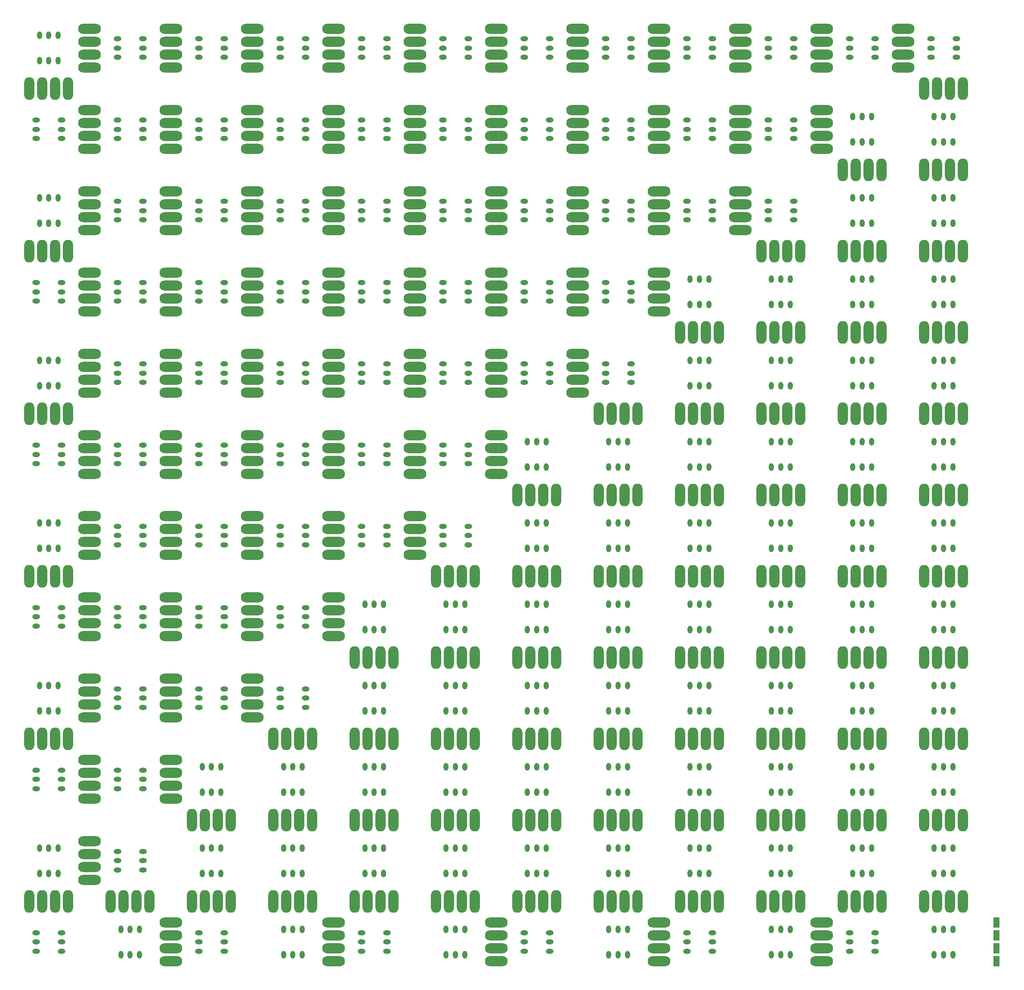
<source format=gtp>
G04 DipTrace 2.4.0.2*
%IN144xAPA102Cx16mm.gtp*%
%MOMM*%
%ADD18R,1.25X2.0*%
%ADD21O,1.5X1.0*%
%ADD23O,1.0X1.5*%
%ADD24O,2.0X4.5*%
%ADD25O,4.5X2.0*%
%FSLAX53Y53*%
G04*
G71*
G90*
G75*
G01*
%LNTopPaste*%
%LPD*%
D18*
X204375Y16730D3*
Y14190D3*
Y19270D3*
Y21810D3*
D21*
X15500Y19850D3*
Y18000D3*
Y16150D3*
X20500D3*
Y18000D3*
Y19850D3*
D23*
X16150Y31500D3*
X18000D3*
X19850D3*
Y36500D3*
X18000D3*
X16150D3*
D24*
X19270Y26000D3*
X21810D3*
X16730D3*
X14190D3*
D21*
X31500Y35850D3*
Y34000D3*
Y32150D3*
X36500D3*
Y34000D3*
Y35850D3*
D25*
X26000Y32730D3*
Y30190D3*
Y35270D3*
Y37810D3*
D23*
X35850Y20500D3*
X34000D3*
X32150D3*
Y15500D3*
X34000D3*
X35850D3*
D24*
X32730Y26000D3*
X30190D3*
X35270D3*
X37810D3*
D21*
X47500Y19850D3*
Y18000D3*
Y16150D3*
X52500D3*
Y18000D3*
Y19850D3*
D25*
X42000Y16730D3*
Y14190D3*
Y19270D3*
Y21810D3*
D23*
X48150Y31500D3*
X50000D3*
X51850D3*
Y36500D3*
X50000D3*
X48150D3*
D24*
X51270Y26000D3*
X53810D3*
X48730D3*
X46190D3*
D23*
X48150Y47500D3*
X50000D3*
X51850D3*
Y52500D3*
X50000D3*
X48150D3*
D24*
X51270Y42000D3*
X53810D3*
X48730D3*
X46190D3*
D21*
X36500Y48150D3*
Y50000D3*
Y51850D3*
X31500D3*
Y50000D3*
Y48150D3*
D25*
X42000Y51270D3*
Y53810D3*
Y48730D3*
Y46190D3*
D21*
X20500Y48150D3*
Y50000D3*
Y51850D3*
X15500D3*
Y50000D3*
Y48150D3*
D25*
X26000Y51270D3*
Y53810D3*
Y48730D3*
Y46190D3*
D23*
X16150Y63500D3*
X18000D3*
X19850D3*
Y68500D3*
X18000D3*
X16150D3*
D24*
X19270Y58000D3*
X21810D3*
X16730D3*
X14190D3*
D21*
X31500Y67850D3*
Y66000D3*
Y64150D3*
X36500D3*
Y66000D3*
Y67850D3*
D25*
X26000Y64730D3*
Y62190D3*
Y67270D3*
Y69810D3*
D21*
X47500Y67850D3*
Y66000D3*
Y64150D3*
X52500D3*
Y66000D3*
Y67850D3*
D25*
X42000Y64730D3*
Y62190D3*
Y67270D3*
Y69810D3*
D21*
X63500Y67850D3*
Y66000D3*
Y64150D3*
X68500D3*
Y66000D3*
Y67850D3*
D25*
X58000Y64730D3*
Y62190D3*
Y67270D3*
Y69810D3*
D23*
X67850Y52500D3*
X66000D3*
X64150D3*
Y47500D3*
X66000D3*
X67850D3*
D24*
X64730Y58000D3*
X62190D3*
X67270D3*
X69810D3*
D23*
X67850Y36500D3*
X66000D3*
X64150D3*
Y31500D3*
X66000D3*
X67850D3*
D24*
X64730Y42000D3*
X62190D3*
X67270D3*
X69810D3*
D23*
X67850Y20500D3*
X66000D3*
X64150D3*
Y15500D3*
X66000D3*
X67850D3*
D24*
X64730Y26000D3*
X62190D3*
X67270D3*
X69810D3*
D21*
X79500Y19850D3*
Y18000D3*
Y16150D3*
X84500D3*
Y18000D3*
Y19850D3*
D25*
X74000Y16730D3*
Y14190D3*
Y19270D3*
Y21810D3*
D23*
X80150Y31500D3*
X82000D3*
X83850D3*
Y36500D3*
X82000D3*
X80150D3*
D24*
X83270Y26000D3*
X85810D3*
X80730D3*
X78190D3*
D23*
X80150Y47500D3*
X82000D3*
X83850D3*
Y52500D3*
X82000D3*
X80150D3*
D24*
X83270Y42000D3*
X85810D3*
X80730D3*
X78190D3*
D23*
X80150Y63500D3*
X82000D3*
X83850D3*
Y68500D3*
X82000D3*
X80150D3*
D24*
X83270Y58000D3*
X85810D3*
X80730D3*
X78190D3*
D23*
X80150Y79500D3*
X82000D3*
X83850D3*
Y84500D3*
X82000D3*
X80150D3*
D24*
X83270Y74000D3*
X85810D3*
X80730D3*
X78190D3*
D21*
X68500Y80150D3*
Y82000D3*
Y83850D3*
X63500D3*
Y82000D3*
Y80150D3*
D25*
X74000Y83270D3*
Y85810D3*
Y80730D3*
Y78190D3*
D21*
X52500Y80150D3*
Y82000D3*
Y83850D3*
X47500D3*
Y82000D3*
Y80150D3*
D25*
X58000Y83270D3*
Y85810D3*
Y80730D3*
Y78190D3*
D21*
X36500Y80150D3*
Y82000D3*
Y83850D3*
X31500D3*
Y82000D3*
Y80150D3*
D25*
X42000Y83270D3*
Y85810D3*
Y80730D3*
Y78190D3*
D21*
X20500Y80150D3*
Y82000D3*
Y83850D3*
X15500D3*
Y82000D3*
Y80150D3*
D25*
X26000Y83270D3*
Y85810D3*
Y80730D3*
Y78190D3*
D23*
X16150Y95500D3*
X18000D3*
X19850D3*
Y100500D3*
X18000D3*
X16150D3*
D24*
X19270Y90000D3*
X21810D3*
X16730D3*
X14190D3*
D21*
X31500Y99850D3*
Y98000D3*
Y96150D3*
X36500D3*
Y98000D3*
Y99850D3*
D25*
X26000Y96730D3*
Y94190D3*
Y99270D3*
Y101810D3*
D21*
X47500Y99850D3*
Y98000D3*
Y96150D3*
X52500D3*
Y98000D3*
Y99850D3*
D25*
X42000Y96730D3*
Y94190D3*
Y99270D3*
Y101810D3*
D21*
X63500Y99850D3*
Y98000D3*
Y96150D3*
X68500D3*
Y98000D3*
Y99850D3*
D25*
X58000Y96730D3*
Y94190D3*
Y99270D3*
Y101810D3*
D21*
X79500Y99850D3*
Y98000D3*
Y96150D3*
X84500D3*
Y98000D3*
Y99850D3*
D25*
X74000Y96730D3*
Y94190D3*
Y99270D3*
Y101810D3*
D21*
X95500Y99850D3*
Y98000D3*
Y96150D3*
X100500D3*
Y98000D3*
Y99850D3*
D25*
X90000Y96730D3*
Y94190D3*
Y99270D3*
Y101810D3*
D23*
X99850Y84500D3*
X98000D3*
X96150D3*
Y79500D3*
X98000D3*
X99850D3*
D24*
X96730Y90000D3*
X94190D3*
X99270D3*
X101810D3*
D23*
X99850Y68500D3*
X98000D3*
X96150D3*
Y63500D3*
X98000D3*
X99850D3*
D24*
X96730Y74000D3*
X94190D3*
X99270D3*
X101810D3*
D23*
X99850Y52500D3*
X98000D3*
X96150D3*
Y47500D3*
X98000D3*
X99850D3*
D24*
X96730Y58000D3*
X94190D3*
X99270D3*
X101810D3*
D23*
X99850Y36500D3*
X98000D3*
X96150D3*
Y31500D3*
X98000D3*
X99850D3*
D24*
X96730Y42000D3*
X94190D3*
X99270D3*
X101810D3*
D23*
X99850Y20500D3*
X98000D3*
X96150D3*
Y15500D3*
X98000D3*
X99850D3*
D24*
X96730Y26000D3*
X94190D3*
X99270D3*
X101810D3*
D21*
X111500Y19850D3*
Y18000D3*
Y16150D3*
X116500D3*
Y18000D3*
Y19850D3*
D25*
X106000Y16730D3*
Y14190D3*
Y19270D3*
Y21810D3*
D23*
X112150Y31500D3*
X114000D3*
X115850D3*
Y36500D3*
X114000D3*
X112150D3*
D24*
X115270Y26000D3*
X117810D3*
X112730D3*
X110190D3*
D23*
X112150Y47500D3*
X114000D3*
X115850D3*
Y52500D3*
X114000D3*
X112150D3*
D24*
X115270Y42000D3*
X117810D3*
X112730D3*
X110190D3*
D23*
X112150Y63500D3*
X114000D3*
X115850D3*
Y68500D3*
X114000D3*
X112150D3*
D24*
X115270Y58000D3*
X117810D3*
X112730D3*
X110190D3*
D23*
X112150Y79500D3*
X114000D3*
X115850D3*
Y84500D3*
X114000D3*
X112150D3*
D24*
X115270Y74000D3*
X117810D3*
X112730D3*
X110190D3*
D23*
X112150Y95500D3*
X114000D3*
X115850D3*
Y100500D3*
X114000D3*
X112150D3*
D24*
X115270Y90000D3*
X117810D3*
X112730D3*
X110190D3*
D23*
X112150Y111500D3*
X114000D3*
X115850D3*
Y116500D3*
X114000D3*
X112150D3*
D24*
X115270Y106000D3*
X117810D3*
X112730D3*
X110190D3*
D21*
X100500Y112150D3*
Y114000D3*
Y115850D3*
X95500D3*
Y114000D3*
Y112150D3*
D25*
X106000Y115270D3*
Y117810D3*
Y112730D3*
Y110190D3*
D21*
X84500Y112150D3*
Y114000D3*
Y115850D3*
X79500D3*
Y114000D3*
Y112150D3*
D25*
X90000Y115270D3*
Y117810D3*
Y112730D3*
Y110190D3*
D21*
X68500Y112150D3*
Y114000D3*
Y115850D3*
X63500D3*
Y114000D3*
Y112150D3*
D25*
X74000Y115270D3*
Y117810D3*
Y112730D3*
Y110190D3*
D21*
X52500Y112150D3*
Y114000D3*
Y115850D3*
X47500D3*
Y114000D3*
Y112150D3*
D25*
X58000Y115270D3*
Y117810D3*
Y112730D3*
Y110190D3*
D21*
X36500Y112150D3*
Y114000D3*
Y115850D3*
X31500D3*
Y114000D3*
Y112150D3*
D25*
X42000Y115270D3*
Y117810D3*
Y112730D3*
Y110190D3*
D21*
X20500Y112150D3*
Y114000D3*
Y115850D3*
X15500D3*
Y114000D3*
Y112150D3*
D25*
X26000Y115270D3*
Y117810D3*
Y112730D3*
Y110190D3*
D23*
X16150Y127500D3*
X18000D3*
X19850D3*
Y132500D3*
X18000D3*
X16150D3*
D24*
X19270Y122000D3*
X21810D3*
X16730D3*
X14190D3*
D21*
X31500Y131850D3*
Y130000D3*
Y128150D3*
X36500D3*
Y130000D3*
Y131850D3*
D25*
X26000Y128730D3*
Y126190D3*
Y131270D3*
Y133810D3*
D21*
X47500Y131850D3*
Y130000D3*
Y128150D3*
X52500D3*
Y130000D3*
Y131850D3*
D25*
X42000Y128730D3*
Y126190D3*
Y131270D3*
Y133810D3*
D21*
X63500Y131850D3*
Y130000D3*
Y128150D3*
X68500D3*
Y130000D3*
Y131850D3*
D25*
X58000Y128730D3*
Y126190D3*
Y131270D3*
Y133810D3*
D21*
X79500Y131850D3*
Y130000D3*
Y128150D3*
X84500D3*
Y130000D3*
Y131850D3*
D25*
X74000Y128730D3*
Y126190D3*
Y131270D3*
Y133810D3*
D21*
X95500Y131850D3*
Y130000D3*
Y128150D3*
X100500D3*
Y130000D3*
Y131850D3*
D25*
X90000Y128730D3*
Y126190D3*
Y131270D3*
Y133810D3*
D21*
X111500Y131850D3*
Y130000D3*
Y128150D3*
X116500D3*
Y130000D3*
Y131850D3*
D25*
X106000Y128730D3*
Y126190D3*
Y131270D3*
Y133810D3*
D21*
X127500Y131850D3*
Y130000D3*
Y128150D3*
X132500D3*
Y130000D3*
Y131850D3*
D25*
X122000Y128730D3*
Y126190D3*
Y131270D3*
Y133810D3*
D23*
X131850Y116500D3*
X130000D3*
X128150D3*
Y111500D3*
X130000D3*
X131850D3*
D24*
X128730Y122000D3*
X126190D3*
X131270D3*
X133810D3*
D23*
X131850Y100500D3*
X130000D3*
X128150D3*
Y95500D3*
X130000D3*
X131850D3*
D24*
X128730Y106000D3*
X126190D3*
X131270D3*
X133810D3*
D23*
X131850Y84500D3*
X130000D3*
X128150D3*
Y79500D3*
X130000D3*
X131850D3*
D24*
X128730Y90000D3*
X126190D3*
X131270D3*
X133810D3*
D23*
X131850Y68500D3*
X130000D3*
X128150D3*
Y63500D3*
X130000D3*
X131850D3*
D24*
X128730Y74000D3*
X126190D3*
X131270D3*
X133810D3*
D23*
X131850Y52500D3*
X130000D3*
X128150D3*
Y47500D3*
X130000D3*
X131850D3*
D24*
X128730Y58000D3*
X126190D3*
X131270D3*
X133810D3*
D23*
X131850Y36500D3*
X130000D3*
X128150D3*
Y31500D3*
X130000D3*
X131850D3*
D24*
X128730Y42000D3*
X126190D3*
X131270D3*
X133810D3*
D23*
X131850Y20500D3*
X130000D3*
X128150D3*
Y15500D3*
X130000D3*
X131850D3*
D24*
X128730Y26000D3*
X126190D3*
X131270D3*
X133810D3*
D21*
X143500Y19850D3*
Y18000D3*
Y16150D3*
X148500D3*
Y18000D3*
Y19850D3*
D25*
X138000Y16730D3*
Y14190D3*
Y19270D3*
Y21810D3*
D23*
X144150Y31500D3*
X146000D3*
X147850D3*
Y36500D3*
X146000D3*
X144150D3*
D24*
X147270Y26000D3*
X149810D3*
X144730D3*
X142190D3*
D23*
X144150Y47500D3*
X146000D3*
X147850D3*
Y52500D3*
X146000D3*
X144150D3*
D24*
X147270Y42000D3*
X149810D3*
X144730D3*
X142190D3*
D23*
X144150Y63500D3*
X146000D3*
X147850D3*
Y68500D3*
X146000D3*
X144150D3*
D24*
X147270Y58000D3*
X149810D3*
X144730D3*
X142190D3*
D23*
X144150Y79500D3*
X146000D3*
X147850D3*
Y84500D3*
X146000D3*
X144150D3*
D24*
X147270Y74000D3*
X149810D3*
X144730D3*
X142190D3*
D23*
X144150Y95500D3*
X146000D3*
X147850D3*
Y100500D3*
X146000D3*
X144150D3*
D24*
X147270Y90000D3*
X149810D3*
X144730D3*
X142190D3*
D23*
X144150Y111500D3*
X146000D3*
X147850D3*
Y116500D3*
X146000D3*
X144150D3*
D24*
X147270Y106000D3*
X149810D3*
X144730D3*
X142190D3*
D23*
X144150Y127500D3*
X146000D3*
X147850D3*
Y132500D3*
X146000D3*
X144150D3*
D24*
X147270Y122000D3*
X149810D3*
X144730D3*
X142190D3*
D23*
X144150Y143500D3*
X146000D3*
X147850D3*
Y148500D3*
X146000D3*
X144150D3*
D24*
X147270Y138000D3*
X149810D3*
X144730D3*
X142190D3*
D21*
X132500Y144150D3*
Y146000D3*
Y147850D3*
X127500D3*
Y146000D3*
Y144150D3*
D25*
X138000Y147270D3*
Y149810D3*
Y144730D3*
Y142190D3*
D21*
X116500Y144150D3*
Y146000D3*
Y147850D3*
X111500D3*
Y146000D3*
Y144150D3*
D25*
X122000Y147270D3*
Y149810D3*
Y144730D3*
Y142190D3*
D21*
X100500Y144150D3*
Y146000D3*
Y147850D3*
X95500D3*
Y146000D3*
Y144150D3*
D25*
X106000Y147270D3*
Y149810D3*
Y144730D3*
Y142190D3*
D21*
X84500Y144150D3*
Y146000D3*
Y147850D3*
X79500D3*
Y146000D3*
Y144150D3*
D25*
X90000Y147270D3*
Y149810D3*
Y144730D3*
Y142190D3*
D21*
X68500Y144150D3*
Y146000D3*
Y147850D3*
X63500D3*
Y146000D3*
Y144150D3*
D25*
X74000Y147270D3*
Y149810D3*
Y144730D3*
Y142190D3*
D21*
X52500Y144150D3*
Y146000D3*
Y147850D3*
X47500D3*
Y146000D3*
Y144150D3*
D25*
X58000Y147270D3*
Y149810D3*
Y144730D3*
Y142190D3*
D21*
X36500Y144150D3*
Y146000D3*
Y147850D3*
X31500D3*
Y146000D3*
Y144150D3*
D25*
X42000Y147270D3*
Y149810D3*
Y144730D3*
Y142190D3*
D21*
X20500Y144150D3*
Y146000D3*
Y147850D3*
X15500D3*
Y146000D3*
Y144150D3*
D25*
X26000Y147270D3*
Y149810D3*
Y144730D3*
Y142190D3*
D23*
X16150Y159500D3*
X18000D3*
X19850D3*
Y164500D3*
X18000D3*
X16150D3*
D24*
X19270Y154000D3*
X21810D3*
X16730D3*
X14190D3*
D21*
X31500Y163850D3*
Y162000D3*
Y160150D3*
X36500D3*
Y162000D3*
Y163850D3*
D25*
X26000Y160730D3*
Y158190D3*
Y163270D3*
Y165810D3*
D21*
X47500Y163850D3*
Y162000D3*
Y160150D3*
X52500D3*
Y162000D3*
Y163850D3*
D25*
X42000Y160730D3*
Y158190D3*
Y163270D3*
Y165810D3*
D21*
X63500Y163850D3*
Y162000D3*
Y160150D3*
X68500D3*
Y162000D3*
Y163850D3*
D25*
X58000Y160730D3*
Y158190D3*
Y163270D3*
Y165810D3*
D21*
X79500Y163850D3*
Y162000D3*
Y160150D3*
X84500D3*
Y162000D3*
Y163850D3*
D25*
X74000Y160730D3*
Y158190D3*
Y163270D3*
Y165810D3*
D21*
X95500Y163850D3*
Y162000D3*
Y160150D3*
X100500D3*
Y162000D3*
Y163850D3*
D25*
X90000Y160730D3*
Y158190D3*
Y163270D3*
Y165810D3*
D21*
X111500Y163850D3*
Y162000D3*
Y160150D3*
X116500D3*
Y162000D3*
Y163850D3*
D25*
X106000Y160730D3*
Y158190D3*
Y163270D3*
Y165810D3*
D21*
X127500Y163850D3*
Y162000D3*
Y160150D3*
X132500D3*
Y162000D3*
Y163850D3*
D25*
X122000Y160730D3*
Y158190D3*
Y163270D3*
Y165810D3*
D21*
X143500Y163850D3*
Y162000D3*
Y160150D3*
X148500D3*
Y162000D3*
Y163850D3*
D25*
X138000Y160730D3*
Y158190D3*
Y163270D3*
Y165810D3*
D21*
X159500Y163850D3*
Y162000D3*
Y160150D3*
X164500D3*
Y162000D3*
Y163850D3*
D25*
X154000Y160730D3*
Y158190D3*
Y163270D3*
Y165810D3*
D23*
X163850Y148500D3*
X162000D3*
X160150D3*
Y143500D3*
X162000D3*
X163850D3*
D24*
X160730Y154000D3*
X158190D3*
X163270D3*
X165810D3*
D23*
X163850Y132500D3*
X162000D3*
X160150D3*
Y127500D3*
X162000D3*
X163850D3*
D24*
X160730Y138000D3*
X158190D3*
X163270D3*
X165810D3*
D23*
X163850Y116500D3*
X162000D3*
X160150D3*
Y111500D3*
X162000D3*
X163850D3*
D24*
X160730Y122000D3*
X158190D3*
X163270D3*
X165810D3*
D23*
X163850Y100500D3*
X162000D3*
X160150D3*
Y95500D3*
X162000D3*
X163850D3*
D24*
X160730Y106000D3*
X158190D3*
X163270D3*
X165810D3*
D23*
X163850Y84500D3*
X162000D3*
X160150D3*
Y79500D3*
X162000D3*
X163850D3*
D24*
X160730Y90000D3*
X158190D3*
X163270D3*
X165810D3*
D23*
X163850Y68500D3*
X162000D3*
X160150D3*
Y63500D3*
X162000D3*
X163850D3*
D24*
X160730Y74000D3*
X158190D3*
X163270D3*
X165810D3*
D23*
X163850Y52500D3*
X162000D3*
X160150D3*
Y47500D3*
X162000D3*
X163850D3*
D24*
X160730Y58000D3*
X158190D3*
X163270D3*
X165810D3*
D23*
X163850Y36500D3*
X162000D3*
X160150D3*
Y31500D3*
X162000D3*
X163850D3*
D24*
X160730Y42000D3*
X158190D3*
X163270D3*
X165810D3*
D23*
X163850Y20500D3*
X162000D3*
X160150D3*
Y15500D3*
X162000D3*
X163850D3*
D24*
X160730Y26000D3*
X158190D3*
X163270D3*
X165810D3*
D21*
X175500Y19850D3*
Y18000D3*
Y16150D3*
X180500D3*
Y18000D3*
Y19850D3*
D25*
X170000Y16730D3*
Y14190D3*
Y19270D3*
Y21810D3*
D23*
X176150Y31500D3*
X178000D3*
X179850D3*
Y36500D3*
X178000D3*
X176150D3*
D24*
X179270Y26000D3*
X181810D3*
X176730D3*
X174190D3*
D23*
X176150Y47500D3*
X178000D3*
X179850D3*
Y52500D3*
X178000D3*
X176150D3*
D24*
X179270Y42000D3*
X181810D3*
X176730D3*
X174190D3*
D23*
X176150Y63500D3*
X178000D3*
X179850D3*
Y68500D3*
X178000D3*
X176150D3*
D24*
X179270Y58000D3*
X181810D3*
X176730D3*
X174190D3*
D23*
X176150Y79500D3*
X178000D3*
X179850D3*
Y84500D3*
X178000D3*
X176150D3*
D24*
X179270Y74000D3*
X181810D3*
X176730D3*
X174190D3*
D23*
X176150Y95500D3*
X178000D3*
X179850D3*
Y100500D3*
X178000D3*
X176150D3*
D24*
X179270Y90000D3*
X181810D3*
X176730D3*
X174190D3*
D23*
X176150Y111500D3*
X178000D3*
X179850D3*
Y116500D3*
X178000D3*
X176150D3*
D24*
X179270Y106000D3*
X181810D3*
X176730D3*
X174190D3*
D23*
X176150Y127500D3*
X178000D3*
X179850D3*
Y132500D3*
X178000D3*
X176150D3*
D24*
X179270Y122000D3*
X181810D3*
X176730D3*
X174190D3*
D23*
X176150Y143500D3*
X178000D3*
X179850D3*
Y148500D3*
X178000D3*
X176150D3*
D24*
X179270Y138000D3*
X181810D3*
X176730D3*
X174190D3*
D23*
X176150Y159500D3*
X178000D3*
X179850D3*
Y164500D3*
X178000D3*
X176150D3*
D24*
X179270Y154000D3*
X181810D3*
X176730D3*
X174190D3*
D23*
X176150Y175500D3*
X178000D3*
X179850D3*
Y180500D3*
X178000D3*
X176150D3*
D24*
X179270Y170000D3*
X181810D3*
X176730D3*
X174190D3*
D21*
X164500Y176150D3*
Y178000D3*
Y179850D3*
X159500D3*
Y178000D3*
Y176150D3*
D25*
X170000Y179270D3*
Y181810D3*
Y176730D3*
Y174190D3*
D21*
X148500Y176150D3*
Y178000D3*
Y179850D3*
X143500D3*
Y178000D3*
Y176150D3*
D25*
X154000Y179270D3*
Y181810D3*
Y176730D3*
Y174190D3*
D21*
X132500Y176150D3*
Y178000D3*
Y179850D3*
X127500D3*
Y178000D3*
Y176150D3*
D25*
X138000Y179270D3*
Y181810D3*
Y176730D3*
Y174190D3*
D21*
X116500Y176150D3*
Y178000D3*
Y179850D3*
X111500D3*
Y178000D3*
Y176150D3*
D25*
X122000Y179270D3*
Y181810D3*
Y176730D3*
Y174190D3*
D21*
X100500Y176150D3*
Y178000D3*
Y179850D3*
X95500D3*
Y178000D3*
Y176150D3*
D25*
X106000Y179270D3*
Y181810D3*
Y176730D3*
Y174190D3*
D21*
X84500Y176150D3*
Y178000D3*
Y179850D3*
X79500D3*
Y178000D3*
Y176150D3*
D25*
X90000Y179270D3*
Y181810D3*
Y176730D3*
Y174190D3*
D21*
X68500Y176150D3*
Y178000D3*
Y179850D3*
X63500D3*
Y178000D3*
Y176150D3*
D25*
X74000Y179270D3*
Y181810D3*
Y176730D3*
Y174190D3*
D21*
X52500Y176150D3*
Y178000D3*
Y179850D3*
X47500D3*
Y178000D3*
Y176150D3*
D25*
X58000Y179270D3*
Y181810D3*
Y176730D3*
Y174190D3*
D21*
X36500Y176150D3*
Y178000D3*
Y179850D3*
X31500D3*
Y178000D3*
Y176150D3*
D25*
X42000Y179270D3*
Y181810D3*
Y176730D3*
Y174190D3*
D21*
X20500Y176150D3*
Y178000D3*
Y179850D3*
X15500D3*
Y178000D3*
Y176150D3*
D25*
X26000Y179270D3*
Y181810D3*
Y176730D3*
Y174190D3*
D23*
X16150Y191500D3*
X18000D3*
X19850D3*
Y196500D3*
X18000D3*
X16150D3*
D24*
X19270Y186000D3*
X21810D3*
X16730D3*
X14190D3*
D21*
X31500Y195850D3*
Y194000D3*
Y192150D3*
X36500D3*
Y194000D3*
Y195850D3*
D25*
X26000Y192730D3*
Y190190D3*
Y195270D3*
Y197810D3*
D21*
X47500Y195850D3*
Y194000D3*
Y192150D3*
X52500D3*
Y194000D3*
Y195850D3*
D25*
X42000Y192730D3*
Y190190D3*
Y195270D3*
Y197810D3*
D21*
X63500Y195850D3*
Y194000D3*
Y192150D3*
X68500D3*
Y194000D3*
Y195850D3*
D25*
X58000Y192730D3*
Y190190D3*
Y195270D3*
Y197810D3*
D21*
X79500Y195850D3*
Y194000D3*
Y192150D3*
X84500D3*
Y194000D3*
Y195850D3*
D25*
X74000Y192730D3*
Y190190D3*
Y195270D3*
Y197810D3*
D21*
X95500Y195850D3*
Y194000D3*
Y192150D3*
X100500D3*
Y194000D3*
Y195850D3*
D25*
X90000Y192730D3*
Y190190D3*
Y195270D3*
Y197810D3*
D21*
X111500Y195850D3*
Y194000D3*
Y192150D3*
X116500D3*
Y194000D3*
Y195850D3*
D25*
X106000Y192730D3*
Y190190D3*
Y195270D3*
Y197810D3*
D21*
X127500Y195850D3*
Y194000D3*
Y192150D3*
X132500D3*
Y194000D3*
Y195850D3*
D25*
X122000Y192730D3*
Y190190D3*
Y195270D3*
Y197810D3*
D21*
X143500Y195850D3*
Y194000D3*
Y192150D3*
X148500D3*
Y194000D3*
Y195850D3*
D25*
X138000Y192730D3*
Y190190D3*
Y195270D3*
Y197810D3*
D21*
X159500Y195850D3*
Y194000D3*
Y192150D3*
X164500D3*
Y194000D3*
Y195850D3*
D25*
X154000Y192730D3*
Y190190D3*
Y195270D3*
Y197810D3*
D21*
X175500Y195850D3*
Y194000D3*
Y192150D3*
X180500D3*
Y194000D3*
Y195850D3*
D25*
X170000Y192730D3*
Y190190D3*
Y195270D3*
Y197810D3*
D21*
X191500Y195850D3*
Y194000D3*
Y192150D3*
X196500D3*
Y194000D3*
Y195850D3*
D25*
X186000Y192730D3*
Y190190D3*
Y195270D3*
Y197810D3*
D23*
X195850Y180500D3*
X194000D3*
X192150D3*
Y175500D3*
X194000D3*
X195850D3*
D24*
X192730Y186000D3*
X190190D3*
X195270D3*
X197810D3*
D23*
X195850Y164500D3*
X194000D3*
X192150D3*
Y159500D3*
X194000D3*
X195850D3*
D24*
X192730Y170000D3*
X190190D3*
X195270D3*
X197810D3*
D23*
X195850Y148500D3*
X194000D3*
X192150D3*
Y143500D3*
X194000D3*
X195850D3*
D24*
X192730Y154000D3*
X190190D3*
X195270D3*
X197810D3*
D23*
X195850Y132500D3*
X194000D3*
X192150D3*
Y127500D3*
X194000D3*
X195850D3*
D24*
X192730Y138000D3*
X190190D3*
X195270D3*
X197810D3*
D23*
X195850Y116500D3*
X194000D3*
X192150D3*
Y111500D3*
X194000D3*
X195850D3*
D24*
X192730Y122000D3*
X190190D3*
X195270D3*
X197810D3*
D23*
X195850Y100500D3*
X194000D3*
X192150D3*
Y95500D3*
X194000D3*
X195850D3*
D24*
X192730Y106000D3*
X190190D3*
X195270D3*
X197810D3*
D23*
X195850Y84500D3*
X194000D3*
X192150D3*
Y79500D3*
X194000D3*
X195850D3*
D24*
X192730Y90000D3*
X190190D3*
X195270D3*
X197810D3*
D23*
X195850Y68500D3*
X194000D3*
X192150D3*
Y63500D3*
X194000D3*
X195850D3*
D24*
X192730Y74000D3*
X190190D3*
X195270D3*
X197810D3*
D23*
X195850Y52500D3*
X194000D3*
X192150D3*
Y47500D3*
X194000D3*
X195850D3*
D24*
X192730Y58000D3*
X190190D3*
X195270D3*
X197810D3*
D23*
X195850Y36500D3*
X194000D3*
X192150D3*
Y31500D3*
X194000D3*
X195850D3*
D24*
X192730Y42000D3*
X190190D3*
X195270D3*
X197810D3*
D23*
X195850Y20500D3*
X194000D3*
X192150D3*
Y15500D3*
X194000D3*
X195850D3*
D24*
X192730Y26000D3*
X190190D3*
X195270D3*
X197810D3*
M02*

</source>
